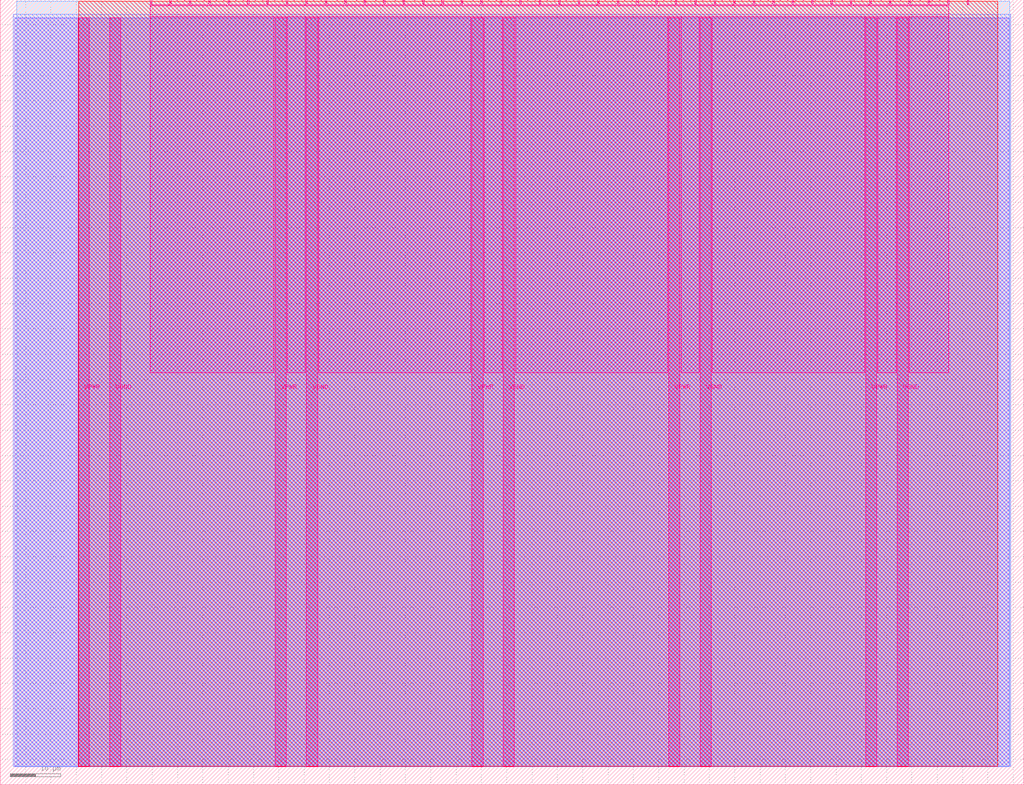
<source format=lef>
VERSION 5.7 ;
  NOWIREEXTENSIONATPIN ON ;
  DIVIDERCHAR "/" ;
  BUSBITCHARS "[]" ;
MACRO tt_um_wokwi_414120248222232577
  CLASS BLOCK ;
  FOREIGN tt_um_wokwi_414120248222232577 ;
  ORIGIN 0.000 0.000 ;
  SIZE 202.080 BY 154.980 ;
  PIN VGND
    DIRECTION INOUT ;
    USE GROUND ;
    PORT
      LAYER Metal5 ;
        RECT 21.580 3.560 23.780 151.420 ;
    END
    PORT
      LAYER Metal5 ;
        RECT 60.450 3.560 62.650 151.420 ;
    END
    PORT
      LAYER Metal5 ;
        RECT 99.320 3.560 101.520 151.420 ;
    END
    PORT
      LAYER Metal5 ;
        RECT 138.190 3.560 140.390 151.420 ;
    END
    PORT
      LAYER Metal5 ;
        RECT 177.060 3.560 179.260 151.420 ;
    END
  END VGND
  PIN VPWR
    DIRECTION INOUT ;
    USE POWER ;
    PORT
      LAYER Metal5 ;
        RECT 15.380 3.560 17.580 151.420 ;
    END
    PORT
      LAYER Metal5 ;
        RECT 54.250 3.560 56.450 151.420 ;
    END
    PORT
      LAYER Metal5 ;
        RECT 93.120 3.560 95.320 151.420 ;
    END
    PORT
      LAYER Metal5 ;
        RECT 131.990 3.560 134.190 151.420 ;
    END
    PORT
      LAYER Metal5 ;
        RECT 170.860 3.560 173.060 151.420 ;
    END
  END VPWR
  PIN clk
    DIRECTION INPUT ;
    USE SIGNAL ;
    ANTENNAGATEAREA 0.213200 ;
    PORT
      LAYER Metal5 ;
        RECT 187.050 153.980 187.350 154.980 ;
    END
  END clk
  PIN ena
    DIRECTION INPUT ;
    USE SIGNAL ;
    PORT
      LAYER Metal5 ;
        RECT 190.890 153.980 191.190 154.980 ;
    END
  END ena
  PIN rst_n
    DIRECTION INPUT ;
    USE SIGNAL ;
    ANTENNAGATEAREA 0.180700 ;
    PORT
      LAYER Metal5 ;
        RECT 183.210 153.980 183.510 154.980 ;
    END
  END rst_n
  PIN ui_in[0]
    DIRECTION INPUT ;
    USE SIGNAL ;
    ANTENNAGATEAREA 0.180700 ;
    PORT
      LAYER Metal5 ;
        RECT 179.370 153.980 179.670 154.980 ;
    END
  END ui_in[0]
  PIN ui_in[1]
    DIRECTION INPUT ;
    USE SIGNAL ;
    ANTENNAGATEAREA 0.180700 ;
    PORT
      LAYER Metal5 ;
        RECT 175.530 153.980 175.830 154.980 ;
    END
  END ui_in[1]
  PIN ui_in[2]
    DIRECTION INPUT ;
    USE SIGNAL ;
    ANTENNAGATEAREA 0.180700 ;
    PORT
      LAYER Metal5 ;
        RECT 171.690 153.980 171.990 154.980 ;
    END
  END ui_in[2]
  PIN ui_in[3]
    DIRECTION INPUT ;
    USE SIGNAL ;
    ANTENNAGATEAREA 0.180700 ;
    PORT
      LAYER Metal5 ;
        RECT 167.850 153.980 168.150 154.980 ;
    END
  END ui_in[3]
  PIN ui_in[4]
    DIRECTION INPUT ;
    USE SIGNAL ;
    ANTENNAGATEAREA 0.180700 ;
    PORT
      LAYER Metal5 ;
        RECT 164.010 153.980 164.310 154.980 ;
    END
  END ui_in[4]
  PIN ui_in[5]
    DIRECTION INPUT ;
    USE SIGNAL ;
    ANTENNAGATEAREA 0.180700 ;
    PORT
      LAYER Metal5 ;
        RECT 160.170 153.980 160.470 154.980 ;
    END
  END ui_in[5]
  PIN ui_in[6]
    DIRECTION INPUT ;
    USE SIGNAL ;
    ANTENNAGATEAREA 0.180700 ;
    PORT
      LAYER Metal5 ;
        RECT 156.330 153.980 156.630 154.980 ;
    END
  END ui_in[6]
  PIN ui_in[7]
    DIRECTION INPUT ;
    USE SIGNAL ;
    ANTENNAGATEAREA 0.180700 ;
    PORT
      LAYER Metal5 ;
        RECT 152.490 153.980 152.790 154.980 ;
    END
  END ui_in[7]
  PIN uio_in[0]
    DIRECTION INPUT ;
    USE SIGNAL ;
    ANTENNAGATEAREA 0.180700 ;
    PORT
      LAYER Metal5 ;
        RECT 148.650 153.980 148.950 154.980 ;
    END
  END uio_in[0]
  PIN uio_in[1]
    DIRECTION INPUT ;
    USE SIGNAL ;
    ANTENNAGATEAREA 0.180700 ;
    PORT
      LAYER Metal5 ;
        RECT 144.810 153.980 145.110 154.980 ;
    END
  END uio_in[1]
  PIN uio_in[2]
    DIRECTION INPUT ;
    USE SIGNAL ;
    ANTENNAGATEAREA 0.180700 ;
    PORT
      LAYER Metal5 ;
        RECT 140.970 153.980 141.270 154.980 ;
    END
  END uio_in[2]
  PIN uio_in[3]
    DIRECTION INPUT ;
    USE SIGNAL ;
    ANTENNAGATEAREA 0.180700 ;
    PORT
      LAYER Metal5 ;
        RECT 137.130 153.980 137.430 154.980 ;
    END
  END uio_in[3]
  PIN uio_in[4]
    DIRECTION INPUT ;
    USE SIGNAL ;
    ANTENNAGATEAREA 0.180700 ;
    PORT
      LAYER Metal5 ;
        RECT 133.290 153.980 133.590 154.980 ;
    END
  END uio_in[4]
  PIN uio_in[5]
    DIRECTION INPUT ;
    USE SIGNAL ;
    ANTENNAGATEAREA 0.180700 ;
    PORT
      LAYER Metal5 ;
        RECT 129.450 153.980 129.750 154.980 ;
    END
  END uio_in[5]
  PIN uio_in[6]
    DIRECTION INPUT ;
    USE SIGNAL ;
    ANTENNAGATEAREA 0.180700 ;
    PORT
      LAYER Metal5 ;
        RECT 125.610 153.980 125.910 154.980 ;
    END
  END uio_in[6]
  PIN uio_in[7]
    DIRECTION INPUT ;
    USE SIGNAL ;
    ANTENNAGATEAREA 0.180700 ;
    PORT
      LAYER Metal5 ;
        RECT 121.770 153.980 122.070 154.980 ;
    END
  END uio_in[7]
  PIN uio_oe[0]
    DIRECTION OUTPUT ;
    USE SIGNAL ;
    ANTENNADIFFAREA 0.299200 ;
    PORT
      LAYER Metal5 ;
        RECT 56.490 153.980 56.790 154.980 ;
    END
  END uio_oe[0]
  PIN uio_oe[1]
    DIRECTION OUTPUT ;
    USE SIGNAL ;
    ANTENNADIFFAREA 0.299200 ;
    PORT
      LAYER Metal5 ;
        RECT 52.650 153.980 52.950 154.980 ;
    END
  END uio_oe[1]
  PIN uio_oe[2]
    DIRECTION OUTPUT ;
    USE SIGNAL ;
    ANTENNADIFFAREA 0.299200 ;
    PORT
      LAYER Metal5 ;
        RECT 48.810 153.980 49.110 154.980 ;
    END
  END uio_oe[2]
  PIN uio_oe[3]
    DIRECTION OUTPUT ;
    USE SIGNAL ;
    ANTENNADIFFAREA 0.299200 ;
    PORT
      LAYER Metal5 ;
        RECT 44.970 153.980 45.270 154.980 ;
    END
  END uio_oe[3]
  PIN uio_oe[4]
    DIRECTION OUTPUT ;
    USE SIGNAL ;
    ANTENNADIFFAREA 0.299200 ;
    PORT
      LAYER Metal5 ;
        RECT 41.130 153.980 41.430 154.980 ;
    END
  END uio_oe[4]
  PIN uio_oe[5]
    DIRECTION OUTPUT ;
    USE SIGNAL ;
    ANTENNADIFFAREA 0.299200 ;
    PORT
      LAYER Metal5 ;
        RECT 37.290 153.980 37.590 154.980 ;
    END
  END uio_oe[5]
  PIN uio_oe[6]
    DIRECTION OUTPUT ;
    USE SIGNAL ;
    ANTENNADIFFAREA 0.299200 ;
    PORT
      LAYER Metal5 ;
        RECT 33.450 153.980 33.750 154.980 ;
    END
  END uio_oe[6]
  PIN uio_oe[7]
    DIRECTION OUTPUT ;
    USE SIGNAL ;
    ANTENNADIFFAREA 0.299200 ;
    PORT
      LAYER Metal5 ;
        RECT 29.610 153.980 29.910 154.980 ;
    END
  END uio_oe[7]
  PIN uio_out[0]
    DIRECTION OUTPUT ;
    USE SIGNAL ;
    ANTENNADIFFAREA 0.299200 ;
    PORT
      LAYER Metal5 ;
        RECT 87.210 153.980 87.510 154.980 ;
    END
  END uio_out[0]
  PIN uio_out[1]
    DIRECTION OUTPUT ;
    USE SIGNAL ;
    ANTENNADIFFAREA 0.299200 ;
    PORT
      LAYER Metal5 ;
        RECT 83.370 153.980 83.670 154.980 ;
    END
  END uio_out[1]
  PIN uio_out[2]
    DIRECTION OUTPUT ;
    USE SIGNAL ;
    ANTENNADIFFAREA 0.299200 ;
    PORT
      LAYER Metal5 ;
        RECT 79.530 153.980 79.830 154.980 ;
    END
  END uio_out[2]
  PIN uio_out[3]
    DIRECTION OUTPUT ;
    USE SIGNAL ;
    ANTENNADIFFAREA 0.299200 ;
    PORT
      LAYER Metal5 ;
        RECT 75.690 153.980 75.990 154.980 ;
    END
  END uio_out[3]
  PIN uio_out[4]
    DIRECTION OUTPUT ;
    USE SIGNAL ;
    ANTENNADIFFAREA 0.299200 ;
    PORT
      LAYER Metal5 ;
        RECT 71.850 153.980 72.150 154.980 ;
    END
  END uio_out[4]
  PIN uio_out[5]
    DIRECTION OUTPUT ;
    USE SIGNAL ;
    ANTENNADIFFAREA 0.299200 ;
    PORT
      LAYER Metal5 ;
        RECT 68.010 153.980 68.310 154.980 ;
    END
  END uio_out[5]
  PIN uio_out[6]
    DIRECTION OUTPUT ;
    USE SIGNAL ;
    ANTENNADIFFAREA 0.299200 ;
    PORT
      LAYER Metal5 ;
        RECT 64.170 153.980 64.470 154.980 ;
    END
  END uio_out[6]
  PIN uio_out[7]
    DIRECTION OUTPUT ;
    USE SIGNAL ;
    ANTENNADIFFAREA 0.299200 ;
    PORT
      LAYER Metal5 ;
        RECT 60.330 153.980 60.630 154.980 ;
    END
  END uio_out[7]
  PIN uo_out[0]
    DIRECTION OUTPUT ;
    USE SIGNAL ;
    ANTENNADIFFAREA 0.632400 ;
    PORT
      LAYER Metal5 ;
        RECT 117.930 153.980 118.230 154.980 ;
    END
  END uo_out[0]
  PIN uo_out[1]
    DIRECTION OUTPUT ;
    USE SIGNAL ;
    ANTENNADIFFAREA 0.632400 ;
    PORT
      LAYER Metal5 ;
        RECT 114.090 153.980 114.390 154.980 ;
    END
  END uo_out[1]
  PIN uo_out[2]
    DIRECTION OUTPUT ;
    USE SIGNAL ;
    ANTENNADIFFAREA 0.632400 ;
    PORT
      LAYER Metal5 ;
        RECT 110.250 153.980 110.550 154.980 ;
    END
  END uo_out[2]
  PIN uo_out[3]
    DIRECTION OUTPUT ;
    USE SIGNAL ;
    ANTENNADIFFAREA 0.632400 ;
    PORT
      LAYER Metal5 ;
        RECT 106.410 153.980 106.710 154.980 ;
    END
  END uo_out[3]
  PIN uo_out[4]
    DIRECTION OUTPUT ;
    USE SIGNAL ;
    ANTENNADIFFAREA 0.632400 ;
    PORT
      LAYER Metal5 ;
        RECT 102.570 153.980 102.870 154.980 ;
    END
  END uo_out[4]
  PIN uo_out[5]
    DIRECTION OUTPUT ;
    USE SIGNAL ;
    ANTENNADIFFAREA 0.632400 ;
    PORT
      LAYER Metal5 ;
        RECT 98.730 153.980 99.030 154.980 ;
    END
  END uo_out[5]
  PIN uo_out[6]
    DIRECTION OUTPUT ;
    USE SIGNAL ;
    ANTENNADIFFAREA 0.632400 ;
    PORT
      LAYER Metal5 ;
        RECT 94.890 153.980 95.190 154.980 ;
    END
  END uo_out[6]
  PIN uo_out[7]
    DIRECTION OUTPUT ;
    USE SIGNAL ;
    ANTENNADIFFAREA 0.632400 ;
    PORT
      LAYER Metal5 ;
        RECT 91.050 153.980 91.350 154.980 ;
    END
  END uo_out[7]
  OBS
      LAYER GatPoly ;
        RECT 2.880 3.630 199.200 151.350 ;
      LAYER Metal1 ;
        RECT 2.880 3.560 199.200 151.420 ;
      LAYER Metal2 ;
        RECT 2.605 3.680 199.475 152.140 ;
      LAYER Metal3 ;
        RECT 3.260 3.635 199.300 154.705 ;
      LAYER Metal4 ;
        RECT 15.515 3.680 196.945 154.660 ;
      LAYER Metal5 ;
        RECT 30.120 153.770 33.240 153.980 ;
        RECT 33.960 153.770 37.080 153.980 ;
        RECT 37.800 153.770 40.920 153.980 ;
        RECT 41.640 153.770 44.760 153.980 ;
        RECT 45.480 153.770 48.600 153.980 ;
        RECT 49.320 153.770 52.440 153.980 ;
        RECT 53.160 153.770 56.280 153.980 ;
        RECT 57.000 153.770 60.120 153.980 ;
        RECT 60.840 153.770 63.960 153.980 ;
        RECT 64.680 153.770 67.800 153.980 ;
        RECT 68.520 153.770 71.640 153.980 ;
        RECT 72.360 153.770 75.480 153.980 ;
        RECT 76.200 153.770 79.320 153.980 ;
        RECT 80.040 153.770 83.160 153.980 ;
        RECT 83.880 153.770 87.000 153.980 ;
        RECT 87.720 153.770 90.840 153.980 ;
        RECT 91.560 153.770 94.680 153.980 ;
        RECT 95.400 153.770 98.520 153.980 ;
        RECT 99.240 153.770 102.360 153.980 ;
        RECT 103.080 153.770 106.200 153.980 ;
        RECT 106.920 153.770 110.040 153.980 ;
        RECT 110.760 153.770 113.880 153.980 ;
        RECT 114.600 153.770 117.720 153.980 ;
        RECT 118.440 153.770 121.560 153.980 ;
        RECT 122.280 153.770 125.400 153.980 ;
        RECT 126.120 153.770 129.240 153.980 ;
        RECT 129.960 153.770 133.080 153.980 ;
        RECT 133.800 153.770 136.920 153.980 ;
        RECT 137.640 153.770 140.760 153.980 ;
        RECT 141.480 153.770 144.600 153.980 ;
        RECT 145.320 153.770 148.440 153.980 ;
        RECT 149.160 153.770 152.280 153.980 ;
        RECT 153.000 153.770 156.120 153.980 ;
        RECT 156.840 153.770 159.960 153.980 ;
        RECT 160.680 153.770 163.800 153.980 ;
        RECT 164.520 153.770 167.640 153.980 ;
        RECT 168.360 153.770 171.480 153.980 ;
        RECT 172.200 153.770 175.320 153.980 ;
        RECT 176.040 153.770 179.160 153.980 ;
        RECT 179.880 153.770 183.000 153.980 ;
        RECT 183.720 153.770 186.840 153.980 ;
        RECT 29.660 151.630 187.300 153.770 ;
        RECT 29.660 81.335 54.040 151.630 ;
        RECT 56.660 81.335 60.240 151.630 ;
        RECT 62.860 81.335 92.910 151.630 ;
        RECT 95.530 81.335 99.110 151.630 ;
        RECT 101.730 81.335 131.780 151.630 ;
        RECT 134.400 81.335 137.980 151.630 ;
        RECT 140.600 81.335 170.650 151.630 ;
        RECT 173.270 81.335 176.850 151.630 ;
        RECT 179.470 81.335 187.300 151.630 ;
  END
END tt_um_wokwi_414120248222232577
END LIBRARY


</source>
